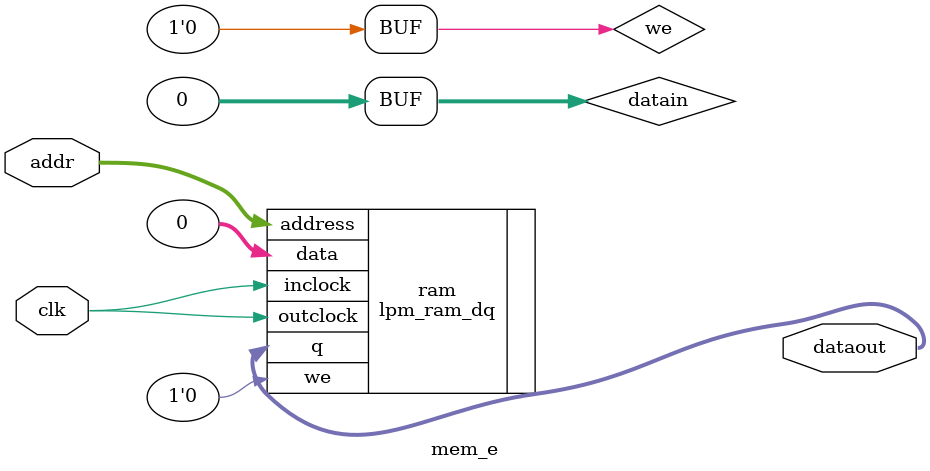
<source format=v>

module mem_e 
	#(parameter WIDTH = 32, ADDR_WIDTH = 7)
	(addr, clk, dataout);

// port instantiation
input   [ADDR_WIDTH - 1 : 0] addr;
input   clk;

output  [WIDTH - 1 : 0] dataout;

// initialize some zero values. 
wire [WIDTH - 1 : 0] datain;
assign datain = 0;
	
wire we;		// 	write not enable
assign we = 0;

// instantiating lpm_ram_dq
lpm_ram_dq ram (.data(datain), .address(addr), .we(we), .inclock(clk), 
                .outclock(clk), .q(dataout));

// passing the parameter values

defparam ram.lpm_width = WIDTH;
defparam ram.lpm_widthad = ADDR_WIDTH;
defparam ram.lpm_indata = "REGISTERED";
defparam ram.lpm_outdata = "REGISTERED";
defparam ram.lpm_file = "mem_e.mif";

endmodule
</source>
